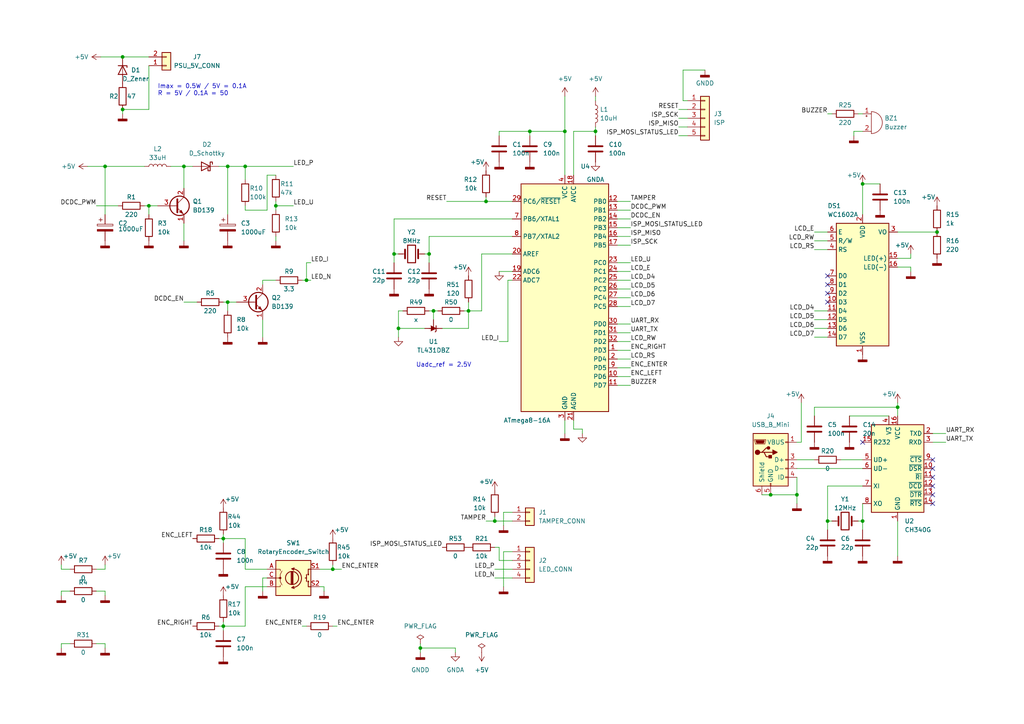
<source format=kicad_sch>
(kicad_sch (version 20211123) (generator eeschema)
  (paper "A4")
  (lib_symbols
    (symbol "Connector:USB_B_Mini" (pin_names (offset 1.016))
      (property "Reference" "J" (at -5.08 11.43 0))
      (property "Value" "USB_B_Mini" (at -5.08 8.89 0))
      (symbol "USB_B_Mini_1_1"
        (pin power_out line (at 7.62 5.08 180) (length 2.54) (name "VBUS") (number "1"))
        (pin bidirectional line (at 7.62 -2.54 180) (length 2.54) (name "D-") (number "2"))
        (pin bidirectional line (at 7.62 0 180) (length 2.54) (name "D+") (number "3"))
        (pin passive line (at 7.62 -5.08 180) (length 2.54) (name "ID") (number "4"))
        (pin power_out line (at 0 -10.16 90) (length 2.54) (name "GND") (number "5"))
        (pin passive line (at -2.54 -10.16 90) (length 2.54) (name "Shield") (number "6"))
      )
    )
    (symbol "Connector_Generic:Conn_01x02" (pin_names (offset 1.016) hide)
      (property "Reference" "J" (at 0 2.54 0))
      (property "Value" "Conn_01x02" (at 0 -5.08 0))
      (symbol "Conn_01x02_1_1"
        (pin passive line (at -5.08 0 0) (length 3.81) (name "Pin_1") (number "1"))
        (pin passive line (at -5.08 -2.54 0) (length 3.81) (name "Pin_2") (number "2"))
      )
    )
    (symbol "Connector_Generic:Conn_01x04" (pin_names (offset 1.016) hide)
      (property "Reference" "J" (at 0 5.08 0))
      (property "Value" "Conn_01x04" (at 0 -7.62 0))
      (symbol "Conn_01x04_1_1"
        (pin passive line (at -5.08 2.54 0) (length 3.81) (name "Pin_1") (number "1"))
        (pin passive line (at -5.08 0 0) (length 3.81) (name "Pin_2") (number "2"))
        (pin passive line (at -5.08 -2.54 0) (length 3.81) (name "Pin_3") (number "3"))
        (pin passive line (at -5.08 -5.08 0) (length 3.81) (name "Pin_4") (number "4"))
      )
    )
    (symbol "Connector_Generic:Conn_01x05" (pin_names (offset 1.016) hide)
      (property "Reference" "J" (at 0 7.62 0))
      (property "Value" "Conn_01x05" (at 0 -7.62 0))
      (symbol "Conn_01x05_1_1"
        (pin passive line (at -5.08 5.08 0) (length 3.81) (name "Pin_1") (number "1"))
        (pin passive line (at -5.08 2.54 0) (length 3.81) (name "Pin_2") (number "2"))
        (pin passive line (at -5.08 0 0) (length 3.81) (name "Pin_3") (number "3"))
        (pin passive line (at -5.08 -2.54 0) (length 3.81) (name "Pin_4") (number "4"))
        (pin passive line (at -5.08 -5.08 0) (length 3.81) (name "Pin_5") (number "5"))
      )
    )
    (symbol "Device:Buzzer" (pin_names (offset 0.0254) hide)
      (property "Reference" "BZ" (at 3.81 1.27 0))
      (property "Value" "Buzzer" (at 3.81 -1.27 0))
      (symbol "Buzzer_1_1"
        (pin passive line (at -2.54 2.54 0) (length 2.54) (name "-") (number "1"))
        (pin passive line (at -2.54 -2.54 0) (length 2.54) (name "+") (number "2"))
      )
    )
    (symbol "Device:C" (pin_numbers hide) (pin_names (offset 0.254))
      (property "Reference" "C" (at 0.635 2.54 0))
      (property "Value" "C" (at 0.635 -2.54 0))
      (symbol "C_1_1"
        (pin passive line (at 0 3.81 270) (length 2.794) (name "~") (number "1"))
        (pin passive line (at 0 -3.81 90) (length 2.794) (name "~") (number "2"))
      )
    )
    (symbol "Device:C_Polarized" (pin_numbers hide) (pin_names (offset 0.254))
      (property "Reference" "C" (at 0.635 2.54 0))
      (property "Value" "C_Polarized" (at 0.635 -2.54 0))
      (symbol "C_Polarized_1_1"
        (pin passive line (at 0 3.81 270) (length 2.794) (name "~") (number "1"))
        (pin passive line (at 0 -3.81 90) (length 2.794) (name "~") (number "2"))
      )
    )
    (symbol "Device:Crystal" (pin_numbers hide) (pin_names (offset 1.016) hide)
      (property "Reference" "Y" (at 0 3.81 0))
      (property "Value" "Crystal" (at 0 -3.81 0))
      (symbol "Crystal_1_1"
        (pin passive line (at -3.81 0 0) (length 1.27) (name "1") (number "1"))
        (pin passive line (at 3.81 0 180) (length 1.27) (name "2") (number "2"))
      )
    )
    (symbol "Device:D_Schottky" (pin_numbers hide) (pin_names (offset 1.016) hide)
      (property "Reference" "D" (at 0 2.54 0))
      (property "Value" "D_Schottky" (at 0 -2.54 0))
      (symbol "D_Schottky_1_1"
        (pin passive line (at -3.81 0 0) (length 2.54) (name "K") (number "1"))
        (pin passive line (at 3.81 0 180) (length 2.54) (name "A") (number "2"))
      )
    )
    (symbol "Device:D_Zener" (pin_numbers hide) (pin_names (offset 1.016) hide)
      (property "Reference" "D" (at 0 2.54 0))
      (property "Value" "D_Zener" (at 0 -2.54 0))
      (symbol "D_Zener_1_1"
        (pin passive line (at -3.81 0 0) (length 2.54) (name "K") (number "1"))
        (pin passive line (at 3.81 0 180) (length 2.54) (name "A") (number "2"))
      )
    )
    (symbol "Device:L" (pin_numbers hide) (pin_names (offset 1.016) hide)
      (property "Reference" "L" (at -1.27 0 90))
      (property "Value" "L" (at 1.905 0 90))
      (symbol "L_1_1"
        (pin passive line (at 0 3.81 270) (length 1.27) (name "1") (number "1"))
        (pin passive line (at 0 -3.81 90) (length 1.27) (name "2") (number "2"))
      )
    )
    (symbol "Device:R" (pin_numbers hide) (pin_names (offset 0))
      (property "Reference" "R" (at 2.032 0 90))
      (property "Value" "R" (at 0 0 90))
      (symbol "R_1_1"
        (pin passive line (at 0 3.81 270) (length 1.27) (name "~") (number "1"))
        (pin passive line (at 0 -3.81 90) (length 1.27) (name "~") (number "2"))
      )
    )
    (symbol "Device:RotaryEncoder_Switch" (pin_names (offset 0.254) hide)
      (property "Reference" "SW" (at 0 6.604 0))
      (property "Value" "RotaryEncoder_Switch" (at 0 -6.604 0))
      (symbol "RotaryEncoder_Switch_1_1"
        (pin passive line (at -7.62 2.54 0) (length 2.54) (name "A") (number "A"))
        (pin passive line (at -7.62 -2.54 0) (length 2.54) (name "B") (number "B"))
        (pin passive line (at -7.62 0 0) (length 2.54) (name "C") (number "C"))
        (pin passive line (at 7.62 2.54 180) (length 2.54) (name "S1") (number "S1"))
        (pin passive line (at 7.62 -2.54 180) (length 2.54) (name "S2") (number "S2"))
      )
    )
    (symbol "Display_Character:WC1602A"
      (property "Reference" "DS" (at -5.842 19.05 0))
      (property "Value" "WC1602A" (at 5.334 19.05 0))
      (symbol "WC1602A_1_1"
        (pin power_in line (at 0 -20.32 90) (length 2.54) (name "VSS") (number "1"))
        (pin input line (at -10.16 -5.08 0) (length 2.54) (name "D3") (number "10"))
        (pin input line (at -10.16 -7.62 0) (length 2.54) (name "D4") (number "11"))
        (pin input line (at -10.16 -10.16 0) (length 2.54) (name "D5") (number "12"))
        (pin input line (at -10.16 -12.7 0) (length 2.54) (name "D6") (number "13"))
        (pin input line (at -10.16 -15.24 0) (length 2.54) (name "D7") (number "14"))
        (pin power_in line (at 10.16 7.62 180) (length 2.54) (name "LED(+)") (number "15"))
        (pin power_in line (at 10.16 5.08 180) (length 2.54) (name "LED(-)") (number "16"))
        (pin power_in line (at 0 20.32 270) (length 2.54) (name "VDD") (number "2"))
        (pin input line (at 10.16 15.24 180) (length 2.54) (name "VO") (number "3"))
        (pin input line (at -10.16 10.16 0) (length 2.54) (name "RS") (number "4"))
        (pin input line (at -10.16 12.7 0) (length 2.54) (name "R/W") (number "5"))
        (pin input line (at -10.16 15.24 0) (length 2.54) (name "E") (number "6"))
        (pin input line (at -10.16 2.54 0) (length 2.54) (name "D0") (number "7"))
        (pin input line (at -10.16 0 0) (length 2.54) (name "D1") (number "8"))
        (pin input line (at -10.16 -2.54 0) (length 2.54) (name "D2") (number "9"))
      )
    )
    (symbol "Interface_USB:CH340G"
      (property "Reference" "U" (at -5.08 13.97 0))
      (property "Value" "CH340G" (at 1.27 13.97 0))
      (symbol "CH340G_1_1"
        (pin power_in line (at 0 -15.24 90) (length 2.54) (name "GND") (number "1"))
        (pin input line (at 10.16 0 180) (length 2.54) (name "~{DSR}") (number "10"))
        (pin input line (at 10.16 -2.54 180) (length 2.54) (name "~{RI}") (number "11"))
        (pin input line (at 10.16 -5.08 180) (length 2.54) (name "~{DCD}") (number "12"))
        (pin output line (at 10.16 -7.62 180) (length 2.54) (name "~{DTR}") (number "13"))
        (pin output line (at 10.16 -10.16 180) (length 2.54) (name "~{RTS}") (number "14"))
        (pin input line (at -10.16 7.62 0) (length 2.54) (name "R232") (number "15"))
        (pin power_in line (at 0 15.24 270) (length 2.54) (name "VCC") (number "16"))
        (pin output line (at 10.16 10.16 180) (length 2.54) (name "TXD") (number "2"))
        (pin input line (at 10.16 7.62 180) (length 2.54) (name "RXD") (number "3"))
        (pin passive line (at -2.54 15.24 270) (length 2.54) (name "V3") (number "4"))
        (pin bidirectional line (at -10.16 2.54 0) (length 2.54) (name "UD+") (number "5"))
        (pin bidirectional line (at -10.16 0 0) (length 2.54) (name "UD-") (number "6"))
        (pin input line (at -10.16 -5.08 0) (length 2.54) (name "XI") (number "7"))
        (pin output line (at -10.16 -10.16 0) (length 2.54) (name "XO") (number "8"))
        (pin input line (at 10.16 2.54 180) (length 2.54) (name "~{CTS}") (number "9"))
      )
    )
    (symbol "MCU_Microchip_ATmega:ATmega8-16A"
      (property "Reference" "U" (at -12.7 34.29 0))
      (property "Value" "ATmega8-16A" (at 5.08 -34.29 0))
      (symbol "ATmega8-16A_1_1"
        (pin bidirectional line (at 15.24 -15.24 180) (length 2.54) (name "PD3") (number "1"))
        (pin bidirectional line (at 15.24 -22.86 180) (length 2.54) (name "PD6") (number "10"))
        (pin bidirectional line (at 15.24 -25.4 180) (length 2.54) (name "PD7") (number "11"))
        (pin bidirectional line (at 15.24 27.94 180) (length 2.54) (name "PB0") (number "12"))
        (pin bidirectional line (at 15.24 25.4 180) (length 2.54) (name "PB1") (number "13"))
        (pin bidirectional line (at 15.24 22.86 180) (length 2.54) (name "PB2") (number "14"))
        (pin bidirectional line (at 15.24 20.32 180) (length 2.54) (name "PB3") (number "15"))
        (pin bidirectional line (at 15.24 17.78 180) (length 2.54) (name "PB4") (number "16"))
        (pin bidirectional line (at 15.24 15.24 180) (length 2.54) (name "PB5") (number "17"))
        (pin power_in line (at 2.54 35.56 270) (length 2.54) (name "AVCC") (number "18"))
        (pin input line (at -15.24 7.62 0) (length 2.54) (name "ADC6") (number "19"))
        (pin bidirectional line (at 15.24 -17.78 180) (length 2.54) (name "PD4") (number "2"))
        (pin passive line (at -15.24 12.7 0) (length 2.54) (name "AREF") (number "20"))
        (pin power_in line (at 2.54 -35.56 90) (length 2.54) (name "AGND") (number "21"))
        (pin input line (at -15.24 5.08 0) (length 2.54) (name "ADC7") (number "22"))
        (pin bidirectional line (at 15.24 10.16 180) (length 2.54) (name "PC0") (number "23"))
        (pin bidirectional line (at 15.24 7.62 180) (length 2.54) (name "PC1") (number "24"))
        (pin bidirectional line (at 15.24 5.08 180) (length 2.54) (name "PC2") (number "25"))
        (pin bidirectional line (at 15.24 2.54 180) (length 2.54) (name "PC3") (number "26"))
        (pin bidirectional line (at 15.24 0 180) (length 2.54) (name "PC4") (number "27"))
        (pin bidirectional line (at 15.24 -2.54 180) (length 2.54) (name "PC5") (number "28"))
        (pin bidirectional line (at -15.24 27.94 0) (length 2.54) (name "PC6/~{RESET}") (number "29"))
        (pin power_in line (at 0 -35.56 90) (length 2.54) (name "GND") (number "3"))
        (pin bidirectional line (at 15.24 -7.62 180) (length 2.54) (name "PD0") (number "30"))
        (pin bidirectional line (at 15.24 -10.16 180) (length 2.54) (name "PD1") (number "31"))
        (pin bidirectional line (at 15.24 -12.7 180) (length 2.54) (name "PD2") (number "32"))
        (pin power_in line (at 0 35.56 270) (length 2.54) (name "VCC") (number "4"))
        (pin passive line (at 0 -35.56 90) (length 2.54) hide (name "GND") (number "5"))
        (pin passive line (at 0 35.56 270) (length 2.54) hide (name "VCC") (number "6"))
        (pin bidirectional line (at -15.24 22.86 0) (length 2.54) (name "PB6/XTAL1") (number "7"))
        (pin bidirectional line (at -15.24 17.78 0) (length 2.54) (name "PB7/XTAL2") (number "8"))
        (pin bidirectional line (at 15.24 -20.32 180) (length 2.54) (name "PD5") (number "9"))
      )
    )
    (symbol "Reference_Voltage:TL431DBZ" (pin_numbers hide) (pin_names hide)
      (property "Reference" "U" (at -2.54 2.54 0))
      (property "Value" "TL431DBZ" (at 0 -2.54 0))
      (symbol "TL431DBZ_1_1"
        (pin passive line (at 2.54 0 180) (length 2.54) (name "K") (number "1"))
        (pin passive line (at 0 2.54 270) (length 2.54) (name "REF") (number "2"))
        (pin passive line (at -2.54 0 0) (length 2.54) (name "A") (number "3"))
      )
    )
    (symbol "Transistor_BJT:BD139" (pin_names (offset 0) hide)
      (property "Reference" "Q" (at 5.08 1.905 0))
      (property "Value" "BD139" (at 5.08 0 0))
      (symbol "BD139_1_1"
        (pin passive line (at 2.54 -5.08 90) (length 2.54) (name "E") (number "1"))
        (pin passive line (at 2.54 5.08 270) (length 2.54) (name "C") (number "2"))
        (pin input line (at -5.08 0 0) (length 5.08) (name "B") (number "3"))
      )
    )
    (symbol "power:+5V" (power) (pin_names (offset 0))
      (property "Value" "+5V" (at 0 3.556 0))
      (symbol "+5V_1_1"
        (pin power_in line (at 0 0 90) (length 0) hide (name "+5V") (number "1"))
      )
    )
    (symbol "power:GNDA" (power) (pin_names (offset 0))
      (property "Value" "GNDA" (at 0 -3.81 0))
      (symbol "GNDA_1_1"
        (pin power_in line (at 0 0 270) (length 0) hide (name "GNDA") (number "1"))
      )
    )
    (symbol "power:GNDD" (power) (pin_names (offset 0))
      (property "Value" "GNDD" (at 0 -3.175 0))
      (symbol "GNDD_1_1"
        (pin power_in line (at 0 0 270) (length 0) hide (name "GNDD") (number "1"))
      )
    )
    (symbol "power:PWR_FLAG" (power) (pin_numbers hide) (pin_names (offset 0) hide)
      (property "Value" "PWR_FLAG" (at 0 3.81 0))
      (symbol "PWR_FLAG_0_0"
        (pin power_out line (at 0 0 90) (length 0) (name "pwr") (number "1"))
      )
    )
  )
  (junction (at 30.48 48.26))
  (junction (at 271.78 67.31))
  (junction (at 66.04 48.26))
  (junction (at 260.35 118.11))
  (junction (at 71.12 48.26))
  (junction (at 64.77 181.61))
  (junction (at 250.19 151.13))
  (junction (at 53.34 48.26))
  (junction (at 96.52 165.1))
  (junction (at 223.52 143.51))
  (junction (at 80.01 59.69))
  (junction (at 250.19 53.34))
  (junction (at 43.18 59.69))
  (junction (at 240.03 151.13))
  (junction (at 114.3 73.66))
  (junction (at 35.56 16.51))
  (junction (at 124.46 73.66))
  (junction (at 172.72 38.1))
  (junction (at 125.73 90.17))
  (junction (at 88.9 81.28))
  (junction (at 231.14 143.51))
  (junction (at 66.04 87.63))
  (junction (at 115.57 95.25))
  (junction (at 135.89 90.17))
  (junction (at 163.83 38.1))
  (junction (at 140.97 58.42))
  (junction (at 64.77 156.21))
  (junction (at 143.51 151.13))
  (junction (at 153.67 38.1))
  (junction (at 35.56 31.75))
  (junction (at 121.92 187.96))
  (no_connect (at 250.19 128.27))
  (no_connect (at 240.03 80.01))
  (no_connect (at 240.03 82.55))
  (no_connect (at 240.03 85.09))
  (no_connect (at 240.03 87.63))
  (no_connect (at 270.51 135.89))
  (no_connect (at 270.51 146.05))
  (no_connect (at 270.51 138.43))
  (no_connect (at 270.51 140.97))
  (no_connect (at 270.51 143.51))
  (no_connect (at 270.51 133.35))
  (wire (pts (xy 146.05 160.02) (xy 146.05 170.18)))
  (wire (pts (xy 247.65 38.1) (xy 247.65 39.37)))
  (wire (pts (xy 49.53 48.26) (xy 53.34 48.26)))
  (wire (pts (xy 144.78 38.1) (xy 153.67 38.1)))
  (wire (pts (xy 179.07 88.9) (xy 182.88 88.9)))
  (wire (pts (xy 148.59 162.56) (xy 144.78 162.56)))
  (wire (pts (xy 144.78 78.74) (xy 148.59 78.74)))
  (wire (pts (xy 115.57 90.17) (xy 116.84 90.17)))
  (wire (pts (xy 93.98 170.18) (xy 93.98 171.45)))
  (wire (pts (xy 248.92 151.13) (xy 250.19 151.13)))
  (wire (pts (xy 246.38 120.65) (xy 257.81 120.65)))
  (wire (pts (xy 250.19 151.13) (xy 250.19 153.67)))
  (wire (pts (xy 179.07 104.14) (xy 182.88 104.14)))
  (wire (pts (xy 35.56 31.75) (xy 35.56 33.02)))
  (wire (pts (xy 144.78 99.06) (xy 147.32 99.06)))
  (wire (pts (xy 27.94 59.69) (xy 34.29 59.69)))
  (wire (pts (xy 260.35 116.84) (xy 260.35 118.11)))
  (wire (pts (xy 240.03 140.97) (xy 250.19 140.97)))
  (wire (pts (xy 240.03 151.13) (xy 240.03 153.67)))
  (wire (pts (xy 140.97 58.42) (xy 148.59 58.42)))
  (wire (pts (xy 76.2 81.28) (xy 80.01 81.28)))
  (wire (pts (xy 76.2 167.64) (xy 77.47 167.64)))
  (wire (pts (xy 20.32 171.45) (xy 17.78 171.45)))
  (wire (pts (xy 64.77 180.34) (xy 64.77 181.61)))
  (wire (pts (xy 179.07 96.52) (xy 182.88 96.52)))
  (wire (pts (xy 147.32 81.28) (xy 147.32 99.06)))
  (wire (pts (xy 240.03 67.31) (xy 236.22 67.31)))
  (wire (pts (xy 163.83 27.94) (xy 163.83 38.1)))
  (wire (pts (xy 166.37 50.8) (xy 166.37 38.1)))
  (wire (pts (xy 147.32 81.28) (xy 148.59 81.28)))
  (wire (pts (xy 115.57 95.25) (xy 115.57 90.17)))
  (wire (pts (xy 148.59 160.02) (xy 146.05 160.02)))
  (wire (pts (xy 270.51 125.73) (xy 274.32 125.73)))
  (wire (pts (xy 27.94 165.1) (xy 30.48 165.1)))
  (wire (pts (xy 43.18 19.05) (xy 43.18 31.75)))
  (wire (pts (xy 41.91 59.69) (xy 43.18 59.69)))
  (wire (pts (xy 260.35 67.31) (xy 271.78 67.31)))
  (wire (pts (xy 80.01 58.42) (xy 80.01 59.69)))
  (wire (pts (xy 179.07 93.98) (xy 182.88 93.98)))
  (wire (pts (xy 196.85 36.83) (xy 199.39 36.83)))
  (wire (pts (xy 172.72 29.21) (xy 172.72 27.94)))
  (wire (pts (xy 240.03 151.13) (xy 241.3 151.13)))
  (wire (pts (xy 148.59 148.59) (xy 146.05 148.59)))
  (wire (pts (xy 64.77 156.21) (xy 64.77 157.48)))
  (wire (pts (xy 148.59 73.66) (xy 139.7 73.66)))
  (wire (pts (xy 124.46 90.17) (xy 125.73 90.17)))
  (wire (pts (xy 260.35 151.13) (xy 260.35 161.29)))
  (wire (pts (xy 71.12 170.18) (xy 77.47 170.18)))
  (wire (pts (xy 179.07 60.96) (xy 182.88 60.96)))
  (wire (pts (xy 231.14 133.35) (xy 236.22 133.35)))
  (wire (pts (xy 236.22 118.11) (xy 260.35 118.11)))
  (wire (pts (xy 71.12 181.61) (xy 64.77 181.61)))
  (wire (pts (xy 20.32 186.69) (xy 17.78 186.69)))
  (wire (pts (xy 240.03 69.85) (xy 236.22 69.85)))
  (wire (pts (xy 30.48 48.26) (xy 30.48 62.23)))
  (wire (pts (xy 240.03 97.79) (xy 236.22 97.79)))
  (wire (pts (xy 250.19 38.1) (xy 247.65 38.1)))
  (wire (pts (xy 17.78 186.69) (xy 17.78 187.96)))
  (wire (pts (xy 135.89 95.25) (xy 135.89 90.17)))
  (wire (pts (xy 135.89 87.63) (xy 135.89 90.17)))
  (wire (pts (xy 264.16 77.47) (xy 264.16 78.74)))
  (wire (pts (xy 64.77 181.61) (xy 64.77 182.88)))
  (wire (pts (xy 231.14 135.89) (xy 250.19 135.89)))
  (wire (pts (xy 140.97 57.15) (xy 140.97 58.42)))
  (wire (pts (xy 63.5 156.21) (xy 64.77 156.21)))
  (wire (pts (xy 17.78 171.45) (xy 17.78 172.72)))
  (wire (pts (xy 66.04 87.63) (xy 66.04 90.17)))
  (wire (pts (xy 231.14 138.43) (xy 231.14 143.51)))
  (wire (pts (xy 179.07 86.36) (xy 182.88 86.36)))
  (wire (pts (xy 182.88 111.76) (xy 179.07 111.76)))
  (wire (pts (xy 144.78 39.37) (xy 144.78 38.1)))
  (wire (pts (xy 124.46 73.66) (xy 124.46 76.2)))
  (wire (pts (xy 144.78 158.75) (xy 143.51 158.75)))
  (wire (pts (xy 166.37 121.92) (xy 166.37 124.46)))
  (wire (pts (xy 77.47 50.8) (xy 80.01 50.8)))
  (wire (pts (xy 270.51 128.27) (xy 274.32 128.27)))
  (wire (pts (xy 71.12 165.1) (xy 71.12 156.21)))
  (wire (pts (xy 196.85 39.37) (xy 199.39 39.37)))
  (wire (pts (xy 29.21 16.51) (xy 35.56 16.51)))
  (wire (pts (xy 198.12 20.32) (xy 204.47 20.32)))
  (wire (pts (xy 179.07 106.68) (xy 182.88 106.68)))
  (wire (pts (xy 223.52 143.51) (xy 231.14 143.51)))
  (wire (pts (xy 30.48 186.69) (xy 30.48 187.96)))
  (wire (pts (xy 85.09 59.69) (xy 80.01 59.69)))
  (wire (pts (xy 25.4 48.26) (xy 30.48 48.26)))
  (wire (pts (xy 114.3 73.66) (xy 114.3 76.2)))
  (wire (pts (xy 179.07 76.2) (xy 182.88 76.2)))
  (wire (pts (xy 88.9 76.2) (xy 88.9 81.28)))
  (wire (pts (xy 53.34 87.63) (xy 57.15 87.63)))
  (wire (pts (xy 143.51 165.1) (xy 148.59 165.1)))
  (wire (pts (xy 140.97 151.13) (xy 143.51 151.13)))
  (wire (pts (xy 30.48 165.1) (xy 30.48 163.83)))
  (wire (pts (xy 30.48 48.26) (xy 41.91 48.26)))
  (wire (pts (xy 71.12 48.26) (xy 71.12 52.07)))
  (wire (pts (xy 240.03 92.71) (xy 236.22 92.71)))
  (wire (pts (xy 163.83 50.8) (xy 163.83 38.1)))
  (wire (pts (xy 134.62 90.17) (xy 135.89 90.17)))
  (wire (pts (xy 250.19 53.34) (xy 255.27 53.34)))
  (wire (pts (xy 132.08 189.23) (xy 132.08 187.96)))
  (wire (pts (xy 179.07 71.12) (xy 182.88 71.12)))
  (wire (pts (xy 179.07 81.28) (xy 182.88 81.28)))
  (wire (pts (xy 114.3 63.5) (xy 114.3 73.66)))
  (wire (pts (xy 35.56 16.51) (xy 43.18 16.51)))
  (wire (pts (xy 179.07 99.06) (xy 182.88 99.06)))
  (wire (pts (xy 148.59 68.58) (xy 124.46 68.58)))
  (wire (pts (xy 96.52 181.61) (xy 97.79 181.61)))
  (wire (pts (xy 114.3 63.5) (xy 148.59 63.5)))
  (wire (pts (xy 144.78 162.56) (xy 144.78 158.75)))
  (wire (pts (xy 92.71 170.18) (xy 93.98 170.18)))
  (wire (pts (xy 163.83 121.92) (xy 163.83 125.73)))
  (wire (pts (xy 196.85 34.29) (xy 199.39 34.29)))
  (wire (pts (xy 260.35 74.93) (xy 264.16 74.93)))
  (wire (pts (xy 63.5 48.26) (xy 66.04 48.26)))
  (wire (pts (xy 66.04 48.26) (xy 71.12 48.26)))
  (wire (pts (xy 27.94 186.69) (xy 30.48 186.69)))
  (wire (pts (xy 43.18 31.75) (xy 35.56 31.75)))
  (wire (pts (xy 63.5 181.61) (xy 64.77 181.61)))
  (wire (pts (xy 71.12 48.26) (xy 85.09 48.26)))
  (wire (pts (xy 172.72 38.1) (xy 172.72 39.37)))
  (wire (pts (xy 76.2 81.28) (xy 76.2 82.55)))
  (wire (pts (xy 121.92 187.96) (xy 121.92 189.23)))
  (wire (pts (xy 179.07 58.42) (xy 182.88 58.42)))
  (wire (pts (xy 77.47 60.96) (xy 77.47 50.8)))
  (wire (pts (xy 143.51 167.64) (xy 148.59 167.64)))
  (wire (pts (xy 143.51 149.86) (xy 143.51 151.13)))
  (wire (pts (xy 139.7 73.66) (xy 139.7 90.17)))
  (wire (pts (xy 179.07 78.74) (xy 182.88 78.74)))
  (wire (pts (xy 80.01 68.58) (xy 80.01 69.85)))
  (wire (pts (xy 64.77 154.94) (xy 64.77 156.21)))
  (wire (pts (xy 125.73 90.17) (xy 125.73 92.71)))
  (wire (pts (xy 240.03 90.17) (xy 236.22 90.17)))
  (wire (pts (xy 53.34 48.26) (xy 53.34 54.61)))
  (wire (pts (xy 240.03 140.97) (xy 240.03 151.13)))
  (wire (pts (xy 250.19 146.05) (xy 250.19 151.13)))
  (wire (pts (xy 146.05 148.59) (xy 146.05 152.4)))
  (wire (pts (xy 128.27 95.25) (xy 135.89 95.25)))
  (wire (pts (xy 114.3 73.66) (xy 115.57 73.66)))
  (wire (pts (xy 71.12 165.1) (xy 77.47 165.1)))
  (wire (pts (xy 231.14 143.51) (xy 231.14 146.05)))
  (wire (pts (xy 240.03 33.02) (xy 241.3 33.02)))
  (wire (pts (xy 121.92 186.69) (xy 121.92 187.96)))
  (wire (pts (xy 179.07 83.82) (xy 182.88 83.82)))
  (wire (pts (xy 231.14 128.27) (xy 232.41 128.27)))
  (wire (pts (xy 76.2 171.45) (xy 76.2 167.64)))
  (wire (pts (xy 96.52 165.1) (xy 96.52 163.83)))
  (wire (pts (xy 243.84 133.35) (xy 250.19 133.35)))
  (wire (pts (xy 129.54 58.42) (xy 140.97 58.42)))
  (wire (pts (xy 199.39 29.21) (xy 198.12 29.21)))
  (wire (pts (xy 64.77 87.63) (xy 66.04 87.63)))
  (wire (pts (xy 248.92 33.02) (xy 250.19 33.02)))
  (wire (pts (xy 240.03 95.25) (xy 236.22 95.25)))
  (wire (pts (xy 232.41 128.27) (xy 232.41 116.84)))
  (wire (pts (xy 27.94 171.45) (xy 30.48 171.45)))
  (wire (pts (xy 43.18 59.69) (xy 43.18 62.23)))
  (wire (pts (xy 17.78 165.1) (xy 20.32 165.1)))
  (wire (pts (xy 88.9 181.61) (xy 87.63 181.61)))
  (wire (pts (xy 80.01 59.69) (xy 80.01 60.96)))
  (wire (pts (xy 179.07 101.6) (xy 182.88 101.6)))
  (wire (pts (xy 139.7 90.17) (xy 135.89 90.17)))
  (wire (pts (xy 96.52 165.1) (xy 99.06 165.1)))
  (wire (pts (xy 172.72 36.83) (xy 172.72 38.1)))
  (wire (pts (xy 179.07 66.04) (xy 182.88 66.04)))
  (wire (pts (xy 166.37 38.1) (xy 172.72 38.1)))
  (wire (pts (xy 123.19 73.66) (xy 124.46 73.66)))
  (wire (pts (xy 123.19 95.25) (xy 115.57 95.25)))
  (wire (pts (xy 71.12 156.21) (xy 64.77 156.21)))
  (wire (pts (xy 71.12 170.18) (xy 71.12 181.61)))
  (wire (pts (xy 179.07 63.5) (xy 182.88 63.5)))
  (wire (pts (xy 125.73 90.17) (xy 127 90.17)))
  (wire (pts (xy 153.67 38.1) (xy 153.67 39.37)))
  (wire (pts (xy 153.67 38.1) (xy 163.83 38.1)))
  (wire (pts (xy 198.12 29.21) (xy 198.12 20.32)))
  (wire (pts (xy 90.17 76.2) (xy 88.9 76.2)))
  (wire (pts (xy 179.07 68.58) (xy 182.88 68.58)))
  (wire (pts (xy 30.48 171.45) (xy 30.48 172.72)))
  (wire (pts (xy 260.35 118.11) (xy 260.35 120.65)))
  (wire (pts (xy 121.92 187.96) (xy 132.08 187.96)))
  (wire (pts (xy 115.57 95.25) (xy 115.57 97.79)))
  (wire (pts (xy 87.63 81.28) (xy 88.9 81.28)))
  (wire (pts (xy 71.12 60.96) (xy 77.47 60.96)))
  (wire (pts (xy 250.19 53.34) (xy 250.19 62.23)))
  (wire (pts (xy 168.91 124.46) (xy 168.91 125.73)))
  (wire (pts (xy 264.16 74.93) (xy 264.16 73.66)))
  (wire (pts (xy 240.03 72.39) (xy 236.22 72.39)))
  (wire (pts (xy 88.9 81.28) (xy 90.17 81.28)))
  (wire (pts (xy 196.85 31.75) (xy 199.39 31.75)))
  (wire (pts (xy 66.04 48.26) (xy 66.04 62.23)))
  (wire (pts (xy 260.35 77.47) (xy 264.16 77.47)))
  (wire (pts (xy 124.46 68.58) (xy 124.46 73.66)))
  (wire (pts (xy 220.98 143.51) (xy 223.52 143.51)))
  (wire (pts (xy 143.51 151.13) (xy 148.59 151.13)))
  (wire (pts (xy 43.18 59.69) (xy 45.72 59.69)))
  (wire (pts (xy 92.71 165.1) (xy 96.52 165.1)))
  (wire (pts (xy 166.37 124.46) (xy 168.91 124.46)))
  (wire (pts (xy 76.2 92.71) (xy 76.2 97.79)))
  (wire (pts (xy 236.22 120.65) (xy 236.22 118.11)))
  (wire (pts (xy 66.04 87.63) (xy 68.58 87.63)))
  (wire (pts (xy 53.34 48.26) (xy 55.88 48.26)))
  (wire (pts (xy 179.07 109.22) (xy 182.88 109.22)))
  (wire (pts (xy 53.34 64.77) (xy 53.34 69.85)))
  (wire (pts (xy 17.78 163.83) (xy 17.78 165.1)))
  (wire (pts (xy 71.12 59.69) (xy 71.12 60.96)))
  (text "Imax = 0.5W / 5V = 0.1A\nR = 5V / 0.1A = 50" (at 45.72 27.94 0) (effects (font (size 1.27 1.27)) (justify left bottom)))
  (text "Uadc_ref = 2.5V" (at 120.65 106.68 0) (effects (font (size 1.27 1.27)) (justify left bottom)))
  (label "ISP_MISO" (at 182.88 68.58 0))
  (label "LCD_D6" (at 236.22 95.25 180))
  (label "LCD_D4" (at 182.88 81.28 0))
  (label "LCD_RW" (at 182.88 99.06 0))
  (label "TAMPER" (at 140.97 151.13 180))
  (label "LED_N" (at 90.17 81.28 0))
  (label "RESET" (at 129.54 58.42 180))
  (label "ENC_ENTER" (at 99.06 165.1 0))
  (label "UART_TX" (at 182.88 96.52 0))
  (label "LED_P" (at 85.09 48.26 0))
  (label "LED_U" (at 182.88 76.2 0))
  (label "DCDC_EN" (at 53.34 87.63 180))
  (label "RESET" (at 196.85 31.75 180))
  (label "UART_RX" (at 182.88 93.98 0))
  (label "LCD_E" (at 236.22 67.31 180))
  (label "LCD_D4" (at 236.22 90.17 180))
  (label "LED_I" (at 90.17 76.2 0))
  (label "LED_I" (at 144.78 99.06 180))
  (label "ISP_MISO" (at 196.85 36.83 180))
  (label "BUZZER" (at 182.88 111.76 0))
  (label "ISP_MOSI_STATUS_LED" (at 128.27 158.75 180))
  (label "ENC_ENTER" (at 97.79 181.61 0))
  (label "ENC_ENTER" (at 87.63 181.61 180))
  (label "DCDC_EN" (at 182.88 63.5 0))
  (label "LCD_D6" (at 182.88 86.36 0))
  (label "ISP_MOSI_STATUS_LED" (at 196.85 39.37 180))
  (label "ISP_SCK" (at 196.85 34.29 180))
  (label "ENC_RIGHT" (at 55.88 181.61 180))
  (label "LCD_RW" (at 236.22 69.85 180))
  (label "UART_RX" (at 274.32 125.73 0))
  (label "UART_TX" (at 274.32 128.27 0))
  (label "ISP_MOSI_STATUS_LED" (at 182.88 66.04 0))
  (label "DCDC_PWM" (at 27.94 59.69 180))
  (label "LCD_D7" (at 182.88 88.9 0))
  (label "ENC_LEFT" (at 55.88 156.21 180))
  (label "LCD_RS" (at 236.22 72.39 180))
  (label "LCD_D7" (at 236.22 97.79 180))
  (label "LCD_E" (at 182.88 78.74 0))
  (label "TAMPER" (at 182.88 58.42 0))
  (label "LED_N" (at 143.51 167.64 180))
  (label "LED_P" (at 143.51 165.1 180))
  (label "LCD_D5" (at 182.88 83.82 0))
  (label "ENC_LEFT" (at 182.88 109.22 0))
  (label "BUZZER" (at 240.03 33.02 180))
  (label "DCDC_PWM" (at 182.88 60.96 0))
  (label "LED_U" (at 85.09 59.69 0))
  (label "ISP_SCK" (at 182.88 71.12 0))
  (label "LCD_RS" (at 182.88 104.14 0))
  (label "ENC_RIGHT" (at 182.88 101.6 0))
  (label "LCD_D5" (at 236.22 92.71 180))
  (label "ENC_ENTER" (at 182.88 106.68 0))
  (symbol (lib_id "Device:R") (at 140.97 53.34 0) (mirror y) (unit 1)
    (property "Reference" "R12" (at 138.43 52.0699 0) (effects (justify left)))
    (property "Value" "10k" (at 138.43 54.6099 0) (effects (justify left)))
    (property "Footprint" "Resistor_SMD:R_0805_2012Metric" (effects hide))
  )
  (symbol (lib_id "power:+5V") (at 260.35 116.84 0) (mirror y) (unit 1)
    (property "Reference" "#PWR0116" (effects hide))
    (property "Value" "+5V" (at 257.81 114.3 0))
  )
  (symbol (lib_id "power:GNDA") (at 132.08 189.23 0) (unit 1)
    (property "Reference" "#PWR010" (effects hide))
    (property "Value" "GNDA" (at 132.08 194.31 0))
  )
  (symbol (lib_id "power:GNDA") (at 168.91 125.73 0) (unit 1)
    (property "Reference" "#PWR068" (effects hide))
    (property "Value" "GNDA" (effects hide))
  )
  (symbol (lib_id "Connector:USB_B_Mini") (at 223.52 133.35 0) (unit 1)
    (property "Reference" "J4" (at 223.52 120.65 0))
    (property "Value" "USB_B_Mini" (at 223.52 123.19 0))
    (property "Footprint" "Connector_USB:USB_Mini-B_Lumberg_2486_01_Horizontal" (effects hide))
  )
  (symbol (lib_id "Device:C_Polarized") (at 30.48 66.04 0) (unit 1)
    (property "Reference" "C2" (at 34.29 64.77 0) (effects (justify left)))
    (property "Value" "1000uF" (at 34.29 66.4209 0) (effects (justify left)))
    (property "Footprint" "Capacitor_THT:CP_Radial_D5.0mm_P2.50mm" (effects hide))
  )
  (symbol (lib_id "Device:R") (at 59.69 156.21 90) (unit 1)
    (property "Reference" "R18" (at 59.69 153.67 90))
    (property "Value" "10k" (at 59.69 158.75 90))
    (property "Footprint" "Resistor_SMD:R_1206_3216Metric" (effects hide))
  )
  (symbol (lib_id "Device:R") (at 24.13 171.45 90) (unit 1)
    (property "Reference" "R4" (at 24.13 168.91 90))
    (property "Value" "0" (at 24.13 173.99 90))
    (property "Footprint" "Resistor_SMD:R_1206_3216Metric" (effects hide))
  )
  (symbol (lib_id "power:GNDD") (at 240.03 161.29 0) (unit 1)
    (property "Reference" "#PWR0118" (effects hide))
    (property "Value" "GNDD" (effects hide))
  )
  (symbol (lib_id "Device:R") (at 83.82 81.28 90) (unit 1)
    (property "Reference" "R9" (at 83.82 78.74 90))
    (property "Value" "3.3" (at 83.82 83.82 90))
    (property "Footprint" "Resistor_SMD:R_1206_3216Metric" (effects hide))
  )
  (symbol (lib_id "Device:C") (at 114.3 80.01 0) (unit 1)
    (property "Reference" "C11" (at 107.95 78.74 0) (effects (justify left)))
    (property "Value" "22p" (at 107.95 81.28 0) (effects (justify left)))
    (property "Footprint" "Capacitor_SMD:C_0603_1608Metric" (effects hide))
  )
  (symbol (lib_id "Transistor_BJT:BD139") (at 50.8 59.69 0) (unit 1)
    (property "Reference" "Q1" (at 55.88 58.4199 0) (effects (justify left)))
    (property "Value" "BD139" (at 55.88 60.9599 0) (effects (justify left)))
    (property "Footprint" "Package_TO_SOT_THT:TO-126-3_Vertical" (effects hide))
    (property "Datasheet" "http://www.st.com/internet/com/TECHNICAL_RESOURCES/TECHNICAL_LITERATURE/DATASHEET/CD00001225.pdf" (effects hide))
  )
  (symbol (lib_id "power:GNDD") (at 53.34 69.85 0) (unit 1)
    (property "Reference" "#PWR0110" (effects hide))
    (property "Value" "GNDD" (effects hide))
  )
  (symbol (lib_id "Device:L") (at 45.72 48.26 90) (unit 1)
    (property "Reference" "L2" (at 45.72 43.18 90))
    (property "Value" "33uH" (at 45.72 45.72 90))
    (property "Footprint" "Inductor_SMD:L_12x12mm_H4.5mm" (effects hide))
  )
  (symbol (lib_id "power:GNDD") (at 30.48 172.72 0) (unit 1)
    (property "Reference" "#PWR063" (effects hide))
    (property "Value" "GNDD" (effects hide))
  )
  (symbol (lib_id "power:+5V") (at 25.4 48.26 90) (unit 1)
    (property "Reference" "#PWR0104" (effects hide))
    (property "Value" "+5V" (at 17.78 48.26 90) (effects (justify right)))
  )
  (symbol (lib_id "power:GNDD") (at 114.3 83.82 0) (unit 1)
    (property "Reference" "#PWR040" (effects hide))
    (property "Value" "GNDD" (effects hide))
  )
  (symbol (lib_id "Device:Crystal") (at 119.38 73.66 0) (unit 1)
    (property "Reference" "Y2" (at 119.38 67.31 0))
    (property "Value" "8MHz" (at 119.38 69.85 0))
    (property "Footprint" "Crystal:Crystal_HC18-U_Vertical" (effects hide))
  )
  (symbol (lib_id "Device:R") (at 80.01 54.61 0) (unit 1)
    (property "Reference" "R11" (at 81.28 53.34 0) (effects (justify left)))
    (property "Value" "47k" (at 81.28 55.88 0) (effects (justify left)))
    (property "Footprint" "Resistor_SMD:R_1206_3216Metric" (effects hide))
  )
  (symbol (lib_id "power:GNDD") (at 250.19 102.87 0) (unit 1)
    (property "Reference" "#PWR0127" (effects hide))
    (property "Value" "GNDD" (effects hide))
  )
  (symbol (lib_id "power:GNDD") (at 153.67 46.99 0) (unit 1)
    (property "Reference" "#PWR027" (effects hide))
    (property "Value" "GNDD" (effects hide))
  )
  (symbol (lib_id "Device:C_Polarized") (at 66.04 66.04 0) (unit 1)
    (property "Reference" "C3" (at 69.85 64.77 0) (effects (justify left)))
    (property "Value" "1000uF" (at 69.85 67.31 0) (effects (justify left)))
    (property "Footprint" "Capacitor_THT:CP_Radial_D5.0mm_P2.50mm" (effects hide))
  )
  (symbol (lib_id "Device:R") (at 80.01 64.77 0) (unit 1)
    (property "Reference" "R13" (at 82.55 63.4999 0) (effects (justify left)))
    (property "Value" "10k" (at 82.55 66.0399 0) (effects (justify left)))
    (property "Footprint" "Resistor_SMD:R_0805_2012Metric" (effects hide))
  )
  (symbol (lib_id "Device:C") (at 236.22 124.46 0) (unit 1)
    (property "Reference" "C5" (at 240.03 123.1899 0) (effects (justify left)))
    (property "Value" "100n" (at 240.03 125.7299 0) (effects (justify left)))
    (property "Footprint" "Capacitor_SMD:C_0805_2012Metric" (effects hide))
  )
  (symbol (lib_id "Device:R") (at 271.78 63.5 0) (mirror y) (unit 1)
    (property "Reference" "R15" (at 274.32 62.2299 0) (effects (justify right)))
    (property "Value" "1k" (at 274.32 64.7699 0) (effects (justify right)))
    (property "Footprint" "Resistor_SMD:R_0805_2012Metric" (effects hide))
  )
  (symbol (lib_id "power:GNDD") (at 76.2 171.45 0) (unit 1)
    (property "Reference" "#PWR0105" (effects hide))
    (property "Value" "GNDD" (effects hide))
  )
  (symbol (lib_id "power:+5V") (at 29.21 16.51 90) (unit 1)
    (property "Reference" "#PWR026" (effects hide))
    (property "Value" "+5V" (at 21.59 16.51 90) (effects (justify right)))
  )
  (symbol (lib_id "power:GNDD") (at 43.18 69.85 0) (unit 1)
    (property "Reference" "#PWR0109" (effects hide))
    (property "Value" "GNDD" (effects hide))
  )
  (symbol (lib_id "power:GNDD") (at 124.46 83.82 0) (unit 1)
    (property "Reference" "#PWR049" (effects hide))
    (property "Value" "GNDD" (effects hide))
  )
  (symbol (lib_id "Device:D_Schottky") (at 59.69 48.26 0) (mirror y) (unit 1)
    (property "Reference" "D2" (at 60.0075 41.91 0))
    (property "Value" "D_Schottky" (at 60.0075 44.45 0))
    (property "Footprint" "Diode_SMD:D_SMA" (effects hide))
  )
  (symbol (lib_id "Device:Crystal") (at 245.11 151.13 0) (unit 1)
    (property "Reference" "Y1" (at 245.11 144.78 0))
    (property "Value" "12MHz" (at 245.11 147.32 0))
    (property "Footprint" "Crystal:Crystal_HC18-U_Vertical" (effects hide))
  )
  (symbol (lib_id "Device:R") (at 71.12 55.88 0) (unit 1)
    (property "Reference" "R10" (at 72.39 54.61 0) (effects (justify left)))
    (property "Value" "100k" (at 72.39 57.15 0) (effects (justify left)))
    (property "Footprint" "Resistor_SMD:R_0805_2012Metric" (effects hide))
  )
  (symbol (lib_id "Device:C") (at 255.27 57.15 0) (unit 1)
    (property "Reference" "C13" (at 259.08 55.8799 0) (effects (justify left)))
    (property "Value" "100n" (at 259.08 58.4199 0) (effects (justify left)))
    (property "Footprint" "Capacitor_SMD:C_0805_2012Metric" (effects hide))
  )
  (symbol (lib_id "Device:C") (at 250.19 157.48 0) (unit 1)
    (property "Reference" "C6" (at 243.84 156.21 0) (effects (justify left)))
    (property "Value" "22p" (at 243.84 158.75 0) (effects (justify left)))
    (property "Footprint" "Capacitor_SMD:C_0603_1608Metric" (effects hide))
  )
  (symbol (lib_id "power:GNDA") (at 115.57 97.79 0) (unit 1)
    (property "Reference" "#PWR025" (effects hide))
    (property "Value" "GNDA" (effects hide))
  )
  (symbol (lib_id "power:+5V") (at 232.41 116.84 0) (mirror y) (unit 1)
    (property "Reference" "#PWR0121" (effects hide))
    (property "Value" "+5V" (at 229.87 114.3 0))
  )
  (symbol (lib_id "Reference_Voltage:TL431DBZ") (at 125.73 95.25 0) (unit 1)
    (property "Reference" "U1" (at 125.73 99.06 0))
    (property "Value" "TL431DBZ" (at 125.73 101.6 0))
    (property "Footprint" "Package_TO_SOT_SMD:SOT-23" (effects hide))
    (property "Datasheet" "http://www.ti.com/lit/ds/symlink/tl431.pdf" (effects hide))
  )
  (symbol (lib_id "Device:R") (at 92.71 181.61 90) (unit 1)
    (property "Reference" "R19" (at 92.71 179.07 90))
    (property "Value" "0" (at 92.71 184.15 90))
    (property "Footprint" "Resistor_SMD:R_1206_3216Metric" (effects hide))
  )
  (symbol (lib_id "power:GNDA") (at 144.78 78.74 0) (unit 1)
    (property "Reference" "#PWR0101" (effects hide))
    (property "Value" "GNDA" (effects hide))
  )
  (symbol (lib_id "power:GNDD") (at 66.04 69.85 0) (unit 1)
    (property "Reference" "#PWR0106" (effects hide))
    (property "Value" "GNDD" (effects hide))
  )
  (symbol (lib_id "Device:R") (at 24.13 165.1 90) (unit 1)
    (property "Reference" "R7" (at 24.13 162.56 90))
    (property "Value" "0" (at 24.13 167.64 90))
    (property "Footprint" "Resistor_SMD:R_1206_3216Metric" (effects hide))
  )
  (symbol (lib_id "Display_Character:WC1602A") (at 250.19 82.55 0) (unit 1)
    (property "Reference" "DS1" (at 240.03 59.69 0) (effects (justify left)))
    (property "Value" "WC1602A" (at 240.03 62.23 0) (effects (justify left)))
    (property "Footprint" "Display:WC1602A" (effects hide))
    (property "Datasheet" "http://www.wincomlcd.com/pdf/WC1602A-SFYLYHTC06.pdf" (effects hide))
  )
  (symbol (lib_id "Device:D_Zener") (at 35.56 20.32 270) (unit 1)
    (property "Reference" "D1" (at 39.37 20.32 90))
    (property "Value" "D_Zener" (at 39.37 22.86 90))
    (property "Footprint" "Diode_SMD:D_SOD-123" (effects hide))
  )
  (symbol (lib_id "power:PWR_FLAG") (at 121.92 186.69 0) (unit 1)
    (property "Reference" "#FLG01" (effects hide))
    (property "Value" "PWR_FLAG" (at 121.92 181.61 0))
  )
  (symbol (lib_id "power:GNDD") (at 17.78 172.72 0) (unit 1)
    (property "Reference" "#PWR062" (effects hide))
    (property "Value" "GNDD" (effects hide))
  )
  (symbol (lib_id "power:GNDD") (at 231.14 146.05 0) (unit 1)
    (property "Reference" "#PWR0117" (effects hide))
    (property "Value" "GNDD" (effects hide))
  )
  (symbol (lib_id "power:GNDD") (at 163.83 125.73 0) (unit 1)
    (property "Reference" "#PWR033" (effects hide))
    (property "Value" "GNDD" (effects hide))
  )
  (symbol (lib_id "power:GNDD") (at 250.19 161.29 0) (unit 1)
    (property "Reference" "#PWR0119" (effects hide))
    (property "Value" "GNDD" (effects hide))
  )
  (symbol (lib_id "Device:R") (at 64.77 176.53 0) (mirror y) (unit 1)
    (property "Reference" "R17" (at 69.85 175.26 0) (effects (justify left)))
    (property "Value" "10k" (at 69.85 177.8 0) (effects (justify left)))
    (property "Footprint" "Resistor_SMD:R_1206_3216Metric" (effects hide))
  )
  (symbol (lib_id "Device:C") (at 64.77 161.29 0) (unit 1)
    (property "Reference" "C8" (at 68.58 160.0199 0) (effects (justify left)))
    (property "Value" "100n" (at 68.58 162.5599 0) (effects (justify left)))
    (property "Footprint" "Capacitor_SMD:C_0805_2012Metric" (effects hide))
  )
  (symbol (lib_id "power:GNDD") (at 271.78 74.93 0) (unit 1)
    (property "Reference" "#PWR0123" (effects hide))
    (property "Value" "GNDD" (effects hide))
  )
  (symbol (lib_id "Device:Buzzer") (at 252.73 35.56 0) (unit 1)
    (property "Reference" "BZ1" (at 256.54 34.2899 0) (effects (justify left)))
    (property "Value" "Buzzer" (at 256.54 36.8299 0) (effects (justify left)))
    (property "Footprint" "Buzzer_Beeper:Buzzer_12x9.5RM7.6" (effects hide))
  )
  (symbol (lib_id "power:GNDD") (at 121.92 189.23 0) (unit 1)
    (property "Reference" "#PWR06" (effects hide))
    (property "Value" "GNDD" (at 121.92 194.31 0))
  )
  (symbol (lib_id "Device:C") (at 172.72 43.18 0) (unit 1)
    (property "Reference" "C10" (at 176.53 41.9099 0) (effects (justify left)))
    (property "Value" "100n" (at 176.53 44.4499 0) (effects (justify left)))
    (property "Footprint" "Capacitor_SMD:C_0805_2012Metric" (effects hide))
  )
  (symbol (lib_id "power:GNDD") (at 80.01 69.85 0) (unit 1)
    (property "Reference" "#PWR0102" (effects hide))
    (property "Value" "GNDD" (effects hide))
  )
  (symbol (lib_id "power:GNDD") (at 30.48 187.96 0) (unit 1)
    (property "Reference" "#PWR067" (effects hide))
    (property "Value" "GNDD" (effects hide))
  )
  (symbol (lib_id "Device:R") (at 60.96 87.63 90) (unit 1)
    (property "Reference" "R5" (at 60.96 85.09 90))
    (property "Value" "220" (at 60.96 90.17 90))
    (property "Footprint" "Resistor_SMD:R_1206_3216Metric" (effects hide))
  )
  (symbol (lib_id "power:GNDD") (at 76.2 97.79 0) (unit 1)
    (property "Reference" "#PWR0108" (effects hide))
    (property "Value" "GNDD" (effects hide))
  )
  (symbol (lib_id "Device:R") (at 59.69 181.61 90) (unit 1)
    (property "Reference" "R6" (at 59.69 179.07 90))
    (property "Value" "10k" (at 59.69 184.15 90))
    (property "Footprint" "Resistor_SMD:R_1206_3216Metric" (effects hide))
  )
  (symbol (lib_id "Device:R") (at 130.81 90.17 90) (unit 1)
    (property "Reference" "R50" (at 130.81 87.63 90))
    (property "Value" "0" (at 130.81 92.71 90))
    (property "Footprint" "Resistor_SMD:R_0805_2012Metric" (effects hide))
  )
  (symbol (lib_id "power:+5V") (at 264.16 73.66 0) (mirror y) (unit 1)
    (property "Reference" "#PWR0125" (effects hide))
    (property "Value" "+5V" (at 261.62 71.12 0))
  )
  (symbol (lib_id "power:GNDD") (at 64.77 190.5 0) (unit 1)
    (property "Reference" "#PWR017" (effects hide))
    (property "Value" "GNDD" (effects hide))
  )
  (symbol (lib_id "Device:R") (at 245.11 33.02 90) (unit 1)
    (property "Reference" "R25" (at 245.11 30.48 90))
    (property "Value" "220" (at 245.11 35.56 90))
    (property "Footprint" "Resistor_SMD:R_0805_2012Metric" (effects hide))
  )
  (symbol (lib_id "power:+5V") (at 64.77 172.72 0) (mirror y) (unit 1)
    (property "Reference" "#PWR016" (effects hide))
    (property "Value" "+5V" (at 67.31 170.18 0))
  )
  (symbol (lib_id "power:GNDD") (at 255.27 60.96 0) (unit 1)
    (property "Reference" "#PWR0126" (effects hide))
    (property "Value" "GNDD" (effects hide))
  )
  (symbol (lib_id "Device:R") (at 132.08 158.75 90) (unit 1)
    (property "Reference" "R53" (at 132.08 156.21 90))
    (property "Value" "0" (at 132.08 161.29 90))
    (property "Footprint" "Resistor_SMD:R_1206_3216Metric" (effects hide))
  )
  (symbol (lib_id "Device:R") (at 143.51 146.05 0) (mirror y) (unit 1)
    (property "Reference" "R14" (at 140.97 144.7799 0) (effects (justify left)))
    (property "Value" "10k" (at 140.97 147.3199 0) (effects (justify left)))
    (property "Footprint" "Resistor_SMD:R_1206_3216Metric" (effects hide))
  )
  (symbol (lib_id "power:GNDD") (at 246.38 128.27 0) (unit 1)
    (property "Reference" "#PWR02" (effects hide))
    (property "Value" "GNDD" (effects hide))
  )
  (symbol (lib_id "Connector_Generic:Conn_01x04") (at 153.67 162.56 0) (unit 1)
    (property "Reference" "J2" (at 156.21 162.5599 0) (effects (justify left)))
    (property "Value" "LED_CONN" (at 156.21 165.0999 0) (effects (justify left)))
    (property "Footprint" "Connector_PinHeader_2.54mm:PinHeader_1x04_P2.54mm_Horizontal" (effects hide))
  )
  (symbol (lib_id "Device:RotaryEncoder_Switch") (at 85.09 167.64 0) (unit 1)
    (property "Reference" "SW1" (at 85.09 157.48 0))
    (property "Value" "RotaryEncoder_Switch" (at 85.09 160.02 0))
    (property "Footprint" "Rotary_Encoder:RotaryEncoder_Alps_EC11E-Switch_Vertical_H20mm" (effects hide))
  )
  (symbol (lib_id "power:+5V") (at 163.83 27.94 0) (unit 1)
    (property "Reference" "#PWR032" (effects hide))
    (property "Value" "+5V" (at 163.83 22.86 0))
  )
  (symbol (lib_id "Device:R") (at 139.7 158.75 90) (unit 1)
    (property "Reference" "R21" (at 139.7 156.21 90))
    (property "Value" "10k" (at 139.7 161.29 90))
    (property "Footprint" "Resistor_SMD:R_1206_3216Metric" (effects hide))
  )
  (symbol (lib_id "Device:R") (at 135.89 83.82 0) (mirror y) (unit 1)
    (property "Reference" "R51" (at 133.35 82.5499 0) (effects (justify left)))
    (property "Value" "120" (at 133.35 85.0899 0) (effects (justify left)))
    (property "Footprint" "Resistor_SMD:R_0805_2012Metric" (effects hide))
  )
  (symbol (lib_id "Device:R") (at 66.04 93.98 0) (unit 1)
    (property "Reference" "R8" (at 68.58 92.7099 0) (effects (justify left)))
    (property "Value" "10k" (at 68.58 95.2499 0) (effects (justify left)))
    (property "Footprint" "Resistor_SMD:R_0805_2012Metric" (effects hide))
  )
  (symbol (lib_id "power:GNDD") (at 35.56 33.02 0) (unit 1)
    (property "Reference" "#PWR024" (effects hide))
    (property "Value" "GNDD" (effects hide))
  )
  (symbol (lib_id "Device:R") (at 120.65 90.17 90) (unit 1)
    (property "Reference" "R49" (at 120.65 87.63 90))
    (property "Value" "x" (at 120.65 92.71 90))
    (property "Footprint" "Resistor_SMD:R_0805_2012Metric" (effects hide))
  )
  (symbol (lib_id "power:GNDD") (at 146.05 152.4 0) (unit 1)
    (property "Reference" "#PWR0113" (effects hide))
    (property "Value" "GNDD" (effects hide))
  )
  (symbol (lib_id "Device:R") (at 38.1 59.69 90) (unit 1)
    (property "Reference" "R1" (at 38.1 57.15 90))
    (property "Value" "220" (at 38.1 62.23 90))
    (property "Footprint" "Resistor_SMD:R_0805_2012Metric" (effects hide))
  )
  (symbol (lib_id "Device:C") (at 153.67 43.18 0) (unit 1)
    (property "Reference" "C9" (at 157.48 41.9099 0) (effects (justify left)))
    (property "Value" "100n" (at 157.48 44.4499 0) (effects (justify left)))
    (property "Footprint" "Capacitor_SMD:C_0805_2012Metric" (effects hide))
  )
  (symbol (lib_id "power:GNDD") (at 64.77 165.1 0) (unit 1)
    (property "Reference" "#PWR021" (effects hide))
    (property "Value" "GNDD" (effects hide))
  )
  (symbol (lib_id "Device:R") (at 271.78 71.12 0) (mirror y) (unit 1)
    (property "Reference" "R16" (at 274.32 69.8499 0) (effects (justify right)))
    (property "Value" "220" (at 274.32 72.3899 0) (effects (justify right)))
    (property "Footprint" "Resistor_SMD:R_0805_2012Metric" (effects hide))
  )
  (symbol (lib_id "Device:R") (at 24.13 186.69 90) (unit 1)
    (property "Reference" "R31" (at 24.13 184.15 90))
    (property "Value" "0" (at 24.13 189.23 90))
    (property "Footprint" "Resistor_SMD:R_1206_3216Metric" (effects hide))
  )
  (symbol (lib_id "power:GNDD") (at 144.78 46.99 0) (unit 1)
    (property "Reference" "#PWR019" (effects hide))
    (property "Value" "GNDD" (effects hide))
  )
  (symbol (lib_id "power:+5V") (at 17.78 163.83 0) (mirror y) (unit 1)
    (property "Reference" "#PWR01" (effects hide))
    (property "Value" "+5V" (at 20.32 161.29 0))
  )
  (symbol (lib_id "power:GNDD") (at 260.35 161.29 0) (unit 1)
    (property "Reference" "#PWR0120" (effects hide))
    (property "Value" "GNDD" (effects hide))
  )
  (symbol (lib_id "power:GNDA") (at 172.72 46.99 0) (unit 1)
    (property "Reference" "#PWR037" (effects hide))
    (property "Value" "GNDA" (at 172.72 52.07 0))
  )
  (symbol (lib_id "power:+5V") (at 172.72 27.94 0) (unit 1)
    (property "Reference" "#PWR036" (effects hide))
    (property "Value" "+5V" (at 172.72 22.86 0))
  )
  (symbol (lib_id "power:PWR_FLAG") (at 139.7 189.23 0) (unit 1)
    (property "Reference" "#FLG04" (effects hide))
    (property "Value" "PWR_FLAG" (at 139.7 184.15 0))
  )
  (symbol (lib_id "Transistor_BJT:BD139") (at 73.66 87.63 0) (unit 1)
    (property "Reference" "Q2" (at 78.74 86.3599 0) (effects (justify left)))
    (property "Value" "BD139" (at 78.74 88.8999 0) (effects (justify left)))
    (property "Footprint" "Package_TO_SOT_THT:TO-126-3_Vertical" (effects hide))
    (property "Datasheet" "http://www.st.com/internet/com/TECHNICAL_RESOURCES/TECHNICAL_LITERATURE/DATASHEET/CD00001225.pdf" (effects hide))
  )
  (symbol (lib_id "power:+5V") (at 135.89 80.01 0) (mirror y) (unit 1)
    (property "Reference" "#PWR042" (effects hide))
    (property "Value" "+5V" (at 133.35 77.47 0))
  )
  (symbol (lib_id "Interface_USB:CH340G") (at 260.35 135.89 0) (unit 1)
    (property "Reference" "U2" (at 262.3694 151.13 0) (effects (justify left)))
    (property "Value" "CH340G" (at 262.3694 153.67 0) (effects (justify left)))
    (property "Footprint" "Package_SO:SOIC-16_3.9x9.9mm_P1.27mm" (effects hide))
    (property "Datasheet" "http://www.datasheet5.com/pdf-local-2195953" (effects hide))
  )
  (symbol (lib_id "Device:L") (at 172.72 33.02 0) (unit 1)
    (property "Reference" "L1" (at 173.99 31.7499 0) (effects (justify left)))
    (property "Value" "10uH" (at 173.99 34.2899 0) (effects (justify left)))
    (property "Footprint" "Inductor_SMD:L_0805_2012Metric" (effects hide))
  )
  (symbol (lib_id "Connector_Generic:Conn_01x05") (at 204.47 34.29 0) (unit 1)
    (property "Reference" "J3" (at 207.01 33.0199 0) (effects (justify left)))
    (property "Value" "ISP" (at 207.01 35.5599 0) (effects (justify left)))
    (property "Footprint" "Connector_PinSocket_2.54mm:PinSocket_1x05_P2.54mm_Vertical" (effects hide))
  )
  (symbol (lib_id "Device:C") (at 124.46 80.01 0) (unit 1)
    (property "Reference" "C12" (at 118.11 78.74 0) (effects (justify left)))
    (property "Value" "22p" (at 118.11 81.28 0) (effects (justify left)))
    (property "Footprint" "Capacitor_SMD:C_0603_1608Metric" (effects hide))
  )
  (symbol (lib_id "Device:R") (at 43.18 66.04 0) (unit 1)
    (property "Reference" "R3" (at 45.72 64.7699 0) (effects (justify left)))
    (property "Value" "10k" (at 45.72 67.3099 0) (effects (justify left)))
    (property "Footprint" "Resistor_SMD:R_0805_2012Metric" (effects hide))
  )
  (symbol (lib_id "Device:R") (at 35.56 27.94 180) (unit 1)
    (property "Reference" "R2" (at 33.02 27.94 0))
    (property "Value" "47" (at 38.1 27.94 0))
    (property "Footprint" "Resistor_SMD:R_1206_3216Metric" (effects hide))
  )
  (symbol (lib_id "power:+5V") (at 140.97 49.53 0) (mirror y) (unit 1)
    (property "Reference" "#PWR044" (effects hide))
    (property "Value" "+5V" (at 138.43 46.99 0))
  )
  (symbol (lib_id "Connector_Generic:Conn_01x02") (at 153.67 148.59 0) (unit 1)
    (property "Reference" "J1" (at 156.21 148.5899 0) (effects (justify left)))
    (property "Value" "TAMPER_CONN" (at 156.21 151.1299 0) (effects (justify left)))
    (property "Footprint" "Connector_PinHeader_2.54mm:PinHeader_1x02_P2.54mm_Horizontal" (effects hide))
  )
  (symbol (lib_id "power:+5V") (at 139.7 189.23 0) (mirror x) (unit 1)
    (property "Reference" "#PWR023" (effects hide))
    (property "Value" "+5V" (at 139.7 194.31 0))
  )
  (symbol (lib_id "Device:R") (at 64.77 151.13 0) (mirror y) (unit 1)
    (property "Reference" "R44" (at 69.85 149.86 0) (effects (justify left)))
    (property "Value" "10k" (at 69.85 152.4 0) (effects (justify left)))
    (property "Footprint" "Resistor_SMD:R_1206_3216Metric" (effects hide))
  )
  (symbol (lib_id "power:GNDD") (at 264.16 78.74 0) (unit 1)
    (property "Reference" "#PWR0124" (effects hide))
    (property "Value" "GNDD" (effects hide))
  )
  (symbol (lib_id "MCU_Microchip_ATmega:ATmega8-16A") (at 163.83 86.36 0) (unit 1)
    (property "Reference" "U4" (at 168.3894 48.26 0) (effects (justify left)))
    (property "Value" "ATmega8-16A" (at 146.05 121.92 0) (effects (justify left)))
    (property "Footprint" "Package_QFP:TQFP-32_7x7mm_P0.8mm" (effects hide))
    (property "Datasheet" "http://ww1.microchip.com/downloads/en/DeviceDoc/atmel-2486-8-bit-avr-microcontroller-atmega8_l_datasheet.pdf" (effects hide))
  )
  (symbol (lib_id "Device:R") (at 240.03 133.35 90) (unit 1)
    (property "Reference" "R20" (at 240.03 130.81 90))
    (property "Value" "0" (at 240.03 135.89 90))
    (property "Footprint" "Resistor_SMD:R_1206_3216Metric" (effects hide))
  )
  (symbol (lib_id "power:+5V") (at 30.48 163.83 0) (mirror y) (unit 1)
    (property "Reference" "#PWR08" (effects hide))
    (property "Value" "+5V" (at 33.02 161.29 0))
  )
  (symbol (lib_id "Device:R") (at 96.52 160.02 0) (mirror y) (unit 1)
    (property "Reference" "R45" (at 101.6 158.75 0) (effects (justify left)))
    (property "Value" "10k" (at 101.6 161.29 0) (effects (justify left)))
    (property "Footprint" "Resistor_SMD:R_0805_2012Metric" (effects hide))
  )
  (symbol (lib_id "Device:C") (at 246.38 124.46 0) (unit 1)
    (property "Reference" "C14" (at 250.19 123.1899 0) (effects (justify left)))
    (property "Value" "20n" (at 250.19 125.7299 0) (effects (justify left)))
    (property "Footprint" "Capacitor_SMD:C_0805_2012Metric" (effects hide))
  )
  (symbol (lib_id "Device:C") (at 240.03 157.48 0) (unit 1)
    (property "Reference" "C4" (at 233.68 156.21 0) (effects (justify left)))
    (property "Value" "22p" (at 233.68 158.75 0) (effects (justify left)))
    (property "Footprint" "Capacitor_SMD:C_0603_1608Metric" (effects hide))
  )
  (symbol (lib_id "power:GNDD") (at 146.05 170.18 0) (unit 1)
    (property "Reference" "#PWR0114" (effects hide))
    (property "Value" "GNDD" (effects hide))
  )
  (symbol (lib_id "power:+5V") (at 271.78 59.69 0) (mirror y) (unit 1)
    (property "Reference" "#PWR0122" (effects hide))
    (property "Value" "+5V" (at 269.24 57.15 0))
  )
  (symbol (lib_id "power:+5V") (at 64.77 147.32 0) (mirror y) (unit 1)
    (property "Reference" "#PWR020" (effects hide))
    (property "Value" "+5V" (at 67.31 144.78 0))
  )
  (symbol (lib_id "power:+5V") (at 96.52 156.21 0) (mirror y) (unit 1)
    (property "Reference" "#PWR052" (effects hide))
    (property "Value" "+5V" (at 99.06 153.67 0))
  )
  (symbol (lib_id "Device:C") (at 144.78 43.18 0) (unit 1)
    (property "Reference" "C1" (at 148.59 41.9099 0) (effects (justify left)))
    (property "Value" "100n" (at 148.59 44.4499 0) (effects (justify left)))
    (property "Footprint" "Capacitor_SMD:C_0805_2012Metric" (effects hide))
  )
  (symbol (lib_id "Connector_Generic:Conn_01x02") (at 48.26 19.05 0) (mirror x) (unit 1)
    (property "Reference" "J7" (at 57.15 16.51 0))
    (property "Value" "PSU_5V_CONN" (at 57.15 19.05 0))
    (property "Footprint" "Connector_PinHeader_2.54mm:PinHeader_1x02_P2.54mm_Horizontal" (effects hide))
  )
  (symbol (lib_id "power:GNDD") (at 247.65 39.37 0) (mirror y) (unit 1)
    (property "Reference" "#PWR022" (effects hide))
    (property "Value" "GNDD" (effects hide))
  )
  (symbol (lib_id "Device:C") (at 64.77 186.69 0) (unit 1)
    (property "Reference" "C7" (at 68.58 185.4199 0) (effects (justify left)))
    (property "Value" "100n" (at 68.58 187.9599 0) (effects (justify left)))
    (property "Footprint" "Capacitor_SMD:C_0805_2012Metric" (effects hide))
  )
  (symbol (lib_id "power:GNDD") (at 204.47 20.32 0) (unit 1)
    (property "Reference" "#PWR05" (effects hide))
    (property "Value" "GNDD" (at 204.47 24.13 0))
  )
  (symbol (lib_id "power:GNDD") (at 236.22 128.27 0) (unit 1)
    (property "Reference" "#PWR0115" (effects hide))
    (property "Value" "GNDD" (effects hide))
  )
  (symbol (lib_id "power:GNDD") (at 17.78 187.96 0) (unit 1)
    (property "Reference" "#PWR065" (effects hide))
    (property "Value" "GNDD" (effects hide))
  )
  (symbol (lib_id "power:GNDD") (at 30.48 69.85 0) (unit 1)
    (property "Reference" "#PWR0103" (effects hide))
    (property "Value" "GNDD" (effects hide))
  )
  (symbol (lib_id "power:GNDD") (at 93.98 171.45 0) (unit 1)
    (property "Reference" "#PWR0111" (effects hide))
    (property "Value" "GNDD" (effects hide))
  )
  (symbol (lib_id "power:+5V") (at 143.51 142.24 0) (mirror y) (unit 1)
    (property "Reference" "#PWR0112" (effects hide))
    (property "Value" "+5V" (at 140.97 139.7 0))
  )
  (symbol (lib_id "power:+5V") (at 250.19 53.34 0) (mirror y) (unit 1)
    (property "Reference" "#PWR0128" (effects hide))
    (property "Value" "+5V" (at 247.65 50.8 0))
  )
  (symbol (lib_id "power:GNDD") (at 66.04 97.79 0) (unit 1)
    (property "Reference" "#PWR0107" (effects hide))
    (property "Value" "GNDD" (effects hide))
  )
)
</source>
